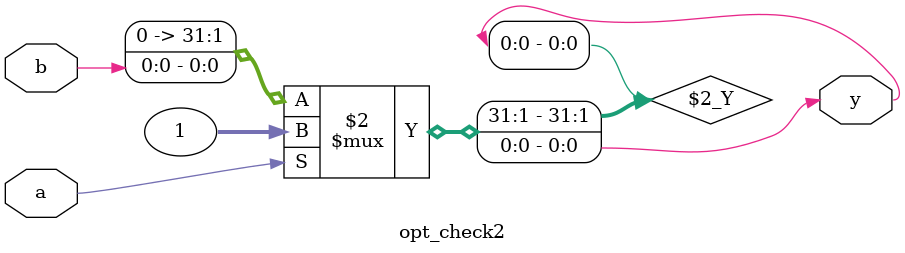
<source format=v>
module opt_check2 (input a , input b , output y);
        assign y = a?1:b;
endmodule

</source>
